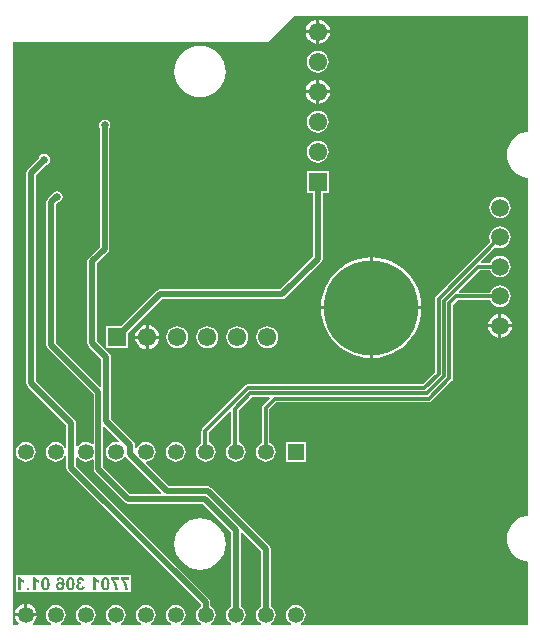
<source format=gbl>
G04*
G04 #@! TF.GenerationSoftware,Altium Limited,Altium Designer,23.6.0 (18)*
G04*
G04 Layer_Physical_Order=2*
G04 Layer_Color=16711680*
%FSLAX25Y25*%
%MOIN*%
G70*
G04*
G04 #@! TF.SameCoordinates,7954F5F0-22A1-4131-B6F7-0AC426F17986*
G04*
G04*
G04 #@! TF.FilePolarity,Positive*
G04*
G01*
G75*
%ADD32C,0.05900*%
%ADD33C,0.05315*%
%ADD34R,0.05315X0.05315*%
%ADD57C,0.01968*%
%ADD58C,0.31496*%
%ADD59R,0.06102X0.06102*%
%ADD60C,0.06102*%
%ADD61R,0.06102X0.06102*%
%ADD62C,0.02559*%
%ADD63C,0.01181*%
G36*
X-28850Y61788D02*
X-29089Y61384D01*
X-29125Y61355D01*
X-29961Y61465D01*
X-30814Y61353D01*
X-31609Y61024D01*
X-32291Y60500D01*
X-32815Y59817D01*
X-33144Y59022D01*
X-33257Y58169D01*
X-33144Y57316D01*
X-32815Y56521D01*
X-32291Y55839D01*
X-31609Y55315D01*
X-30814Y54986D01*
X-29961Y54873D01*
X-29108Y54986D01*
X-28313Y55315D01*
X-27630Y55839D01*
X-27106Y56521D01*
X-27087Y56568D01*
X-26884Y56612D01*
X-26540Y56582D01*
X-26248Y56144D01*
X-14711Y44607D01*
X-14902Y44145D01*
X-25114D01*
X-34083Y53114D01*
Y66367D01*
X-33621Y66558D01*
X-28850Y61788D01*
D02*
G37*
G36*
X107346Y164839D02*
X106649Y164770D01*
X105198Y164330D01*
X103861Y163616D01*
X102689Y162654D01*
X101727Y161482D01*
X101013Y160145D01*
X100573Y158694D01*
X100424Y157185D01*
X100573Y155676D01*
X101013Y154225D01*
X101727Y152888D01*
X102689Y151716D01*
X103861Y150754D01*
X105198Y150040D01*
X106649Y149600D01*
X107346Y149531D01*
Y36887D01*
X106649Y36818D01*
X105198Y36378D01*
X103861Y35663D01*
X102689Y34701D01*
X101727Y33529D01*
X101013Y32192D01*
X100573Y30741D01*
X100424Y29232D01*
X100573Y27723D01*
X101013Y26273D01*
X101727Y24936D01*
X102689Y23764D01*
X103861Y22802D01*
X105198Y22087D01*
X106649Y21647D01*
X107346Y21578D01*
Y528D01*
X31884D01*
X31753Y831D01*
X31744Y1028D01*
X32370Y1508D01*
X32894Y2191D01*
X33223Y2985D01*
X33335Y3839D01*
X33223Y4692D01*
X32894Y5486D01*
X32370Y6169D01*
X31687Y6693D01*
X30892Y7022D01*
X30039Y7135D01*
X29186Y7022D01*
X28391Y6693D01*
X27709Y6169D01*
X27185Y5486D01*
X26856Y4692D01*
X26744Y3839D01*
X26856Y2985D01*
X27185Y2191D01*
X27709Y1508D01*
X28335Y1028D01*
X28325Y831D01*
X28195Y528D01*
X21884D01*
X21753Y831D01*
X21744Y1028D01*
X22370Y1508D01*
X22894Y2191D01*
X23223Y2985D01*
X23335Y3839D01*
X23223Y4692D01*
X22894Y5486D01*
X22370Y6169D01*
X21687Y6693D01*
X21665Y6702D01*
Y25832D01*
X21541Y26454D01*
X21189Y26981D01*
X1922Y46248D01*
X1395Y46600D01*
X773Y46724D01*
X-12230D01*
X-19884Y54379D01*
X-19705Y54907D01*
X-19108Y54986D01*
X-18313Y55315D01*
X-17630Y55839D01*
X-17106Y56521D01*
X-16777Y57316D01*
X-16665Y58169D01*
X-16777Y59022D01*
X-17106Y59817D01*
X-17630Y60500D01*
X-18313Y61024D01*
X-19108Y61353D01*
X-19961Y61465D01*
X-20814Y61353D01*
X-21609Y61024D01*
X-22291Y60500D01*
X-22815Y59817D01*
X-22973Y59437D01*
X-23473Y59536D01*
Y60335D01*
X-23596Y60957D01*
X-23949Y61484D01*
X-31504Y69039D01*
Y89657D01*
X-31628Y90279D01*
X-31980Y90807D01*
X-36130Y94956D01*
Y121019D01*
X-32512Y124638D01*
X-32159Y125165D01*
X-32036Y125787D01*
Y165980D01*
X-31881Y166211D01*
X-31735Y166949D01*
X-31881Y167686D01*
X-32299Y168311D01*
X-32924Y168729D01*
X-33661Y168876D01*
X-34399Y168729D01*
X-35024Y168311D01*
X-35441Y167686D01*
X-35588Y166949D01*
X-35441Y166211D01*
X-35287Y165980D01*
Y126461D01*
X-38906Y122843D01*
X-39258Y122315D01*
X-39382Y121693D01*
Y94283D01*
X-39258Y93661D01*
X-38906Y93133D01*
X-34756Y88984D01*
Y80031D01*
X-35218Y79839D01*
X-49851Y94473D01*
Y140764D01*
X-49387Y141227D01*
X-48869Y141330D01*
X-48244Y141748D01*
X-47826Y142373D01*
X-47679Y143110D01*
X-47826Y143848D01*
X-48244Y144473D01*
X-48869Y144890D01*
X-49606Y145037D01*
X-50344Y144890D01*
X-50969Y144473D01*
X-51386Y143848D01*
X-51392Y143821D01*
X-52626Y142587D01*
X-52978Y142059D01*
X-53102Y141437D01*
Y93799D01*
X-52978Y93177D01*
X-52626Y92650D01*
X-37334Y77358D01*
Y60903D01*
X-37834Y60657D01*
X-38313Y61024D01*
X-39108Y61353D01*
X-39961Y61465D01*
X-40814Y61353D01*
X-41609Y61024D01*
X-42291Y60500D01*
X-42658Y60022D01*
X-43158Y60192D01*
Y67618D01*
X-43281Y68240D01*
X-43634Y68768D01*
X-56544Y81677D01*
Y150508D01*
X-53275Y153776D01*
X-53003Y153830D01*
X-52378Y154248D01*
X-51960Y154873D01*
X-51813Y155610D01*
X-51960Y156348D01*
X-52378Y156973D01*
X-53003Y157390D01*
X-53740Y157537D01*
X-54478Y157390D01*
X-55103Y156973D01*
X-55520Y156348D01*
X-55575Y156075D01*
X-59319Y152331D01*
X-59671Y151803D01*
X-59795Y151181D01*
Y81004D01*
X-59671Y80382D01*
X-59319Y79854D01*
X-46409Y66945D01*
Y59441D01*
X-46909Y59341D01*
X-47106Y59817D01*
X-47630Y60500D01*
X-48313Y61024D01*
X-49108Y61353D01*
X-49961Y61465D01*
X-50814Y61353D01*
X-51609Y61024D01*
X-52291Y60500D01*
X-52815Y59817D01*
X-53144Y59022D01*
X-53257Y58169D01*
X-53144Y57316D01*
X-52815Y56521D01*
X-52291Y55839D01*
X-51609Y55315D01*
X-50814Y54986D01*
X-49961Y54873D01*
X-49108Y54986D01*
X-48313Y55315D01*
X-47630Y55839D01*
X-47106Y56521D01*
X-46909Y56997D01*
X-46409Y56898D01*
Y52854D01*
X-46285Y52232D01*
X-45933Y51705D01*
X-1645Y7417D01*
Y6665D01*
X-2291Y6169D01*
X-2815Y5486D01*
X-3144Y4692D01*
X-3257Y3839D01*
X-3144Y2985D01*
X-2815Y2191D01*
X-2291Y1508D01*
X-1665Y1028D01*
X-1675Y831D01*
X-1805Y528D01*
X-8116D01*
X-8247Y831D01*
X-8256Y1028D01*
X-7630Y1508D01*
X-7106Y2191D01*
X-6777Y2985D01*
X-6665Y3839D01*
X-6777Y4692D01*
X-7106Y5486D01*
X-7630Y6169D01*
X-8313Y6693D01*
X-9108Y7022D01*
X-9961Y7135D01*
X-10814Y7022D01*
X-11609Y6693D01*
X-12291Y6169D01*
X-12815Y5486D01*
X-13144Y4692D01*
X-13257Y3839D01*
X-13144Y2985D01*
X-12815Y2191D01*
X-12291Y1508D01*
X-11665Y1028D01*
X-11675Y831D01*
X-11805Y528D01*
X-18116D01*
X-18247Y831D01*
X-18256Y1028D01*
X-17630Y1508D01*
X-17106Y2191D01*
X-16777Y2985D01*
X-16665Y3839D01*
X-16777Y4692D01*
X-17106Y5486D01*
X-17630Y6169D01*
X-18313Y6693D01*
X-19108Y7022D01*
X-19961Y7135D01*
X-20814Y7022D01*
X-21609Y6693D01*
X-22291Y6169D01*
X-22815Y5486D01*
X-23144Y4692D01*
X-23257Y3839D01*
X-23144Y2985D01*
X-22815Y2191D01*
X-22291Y1508D01*
X-21665Y1028D01*
X-21675Y831D01*
X-21805Y528D01*
X-28116D01*
X-28247Y831D01*
X-28256Y1028D01*
X-27630Y1508D01*
X-27106Y2191D01*
X-26777Y2985D01*
X-26665Y3839D01*
X-26777Y4692D01*
X-27106Y5486D01*
X-27630Y6169D01*
X-28313Y6693D01*
X-29108Y7022D01*
X-29961Y7135D01*
X-30814Y7022D01*
X-31609Y6693D01*
X-32291Y6169D01*
X-32815Y5486D01*
X-33144Y4692D01*
X-33257Y3839D01*
X-33144Y2985D01*
X-32815Y2191D01*
X-32291Y1508D01*
X-31665Y1028D01*
X-31675Y831D01*
X-31805Y528D01*
X-38116D01*
X-38247Y831D01*
X-38256Y1028D01*
X-37630Y1508D01*
X-37106Y2191D01*
X-36777Y2985D01*
X-36665Y3839D01*
X-36777Y4692D01*
X-37106Y5486D01*
X-37630Y6169D01*
X-38313Y6693D01*
X-39108Y7022D01*
X-39961Y7135D01*
X-40814Y7022D01*
X-41609Y6693D01*
X-42291Y6169D01*
X-42815Y5486D01*
X-43144Y4692D01*
X-43257Y3839D01*
X-43144Y2985D01*
X-42815Y2191D01*
X-42291Y1508D01*
X-41665Y1028D01*
X-41675Y831D01*
X-41805Y528D01*
X-48116D01*
X-48247Y831D01*
X-48256Y1028D01*
X-47630Y1508D01*
X-47106Y2191D01*
X-46777Y2985D01*
X-46665Y3839D01*
X-46777Y4692D01*
X-47106Y5486D01*
X-47630Y6169D01*
X-48313Y6693D01*
X-49108Y7022D01*
X-49961Y7135D01*
X-50814Y7022D01*
X-51609Y6693D01*
X-52291Y6169D01*
X-52815Y5486D01*
X-53144Y4692D01*
X-53257Y3839D01*
X-53144Y2985D01*
X-52815Y2191D01*
X-52291Y1508D01*
X-51665Y1028D01*
X-51675Y831D01*
X-51805Y528D01*
X-57446D01*
X-57616Y1028D01*
X-57352Y1230D01*
X-56766Y1994D01*
X-56397Y2884D01*
X-56337Y3339D01*
X-59961D01*
X-63584D01*
X-63524Y2884D01*
X-63155Y1994D01*
X-62569Y1230D01*
X-62305Y1028D01*
X-62475Y528D01*
X-64236D01*
Y194783D01*
X20965D01*
X29787Y203606D01*
X107346D01*
Y164839D01*
D02*
G37*
G36*
X18414Y25159D02*
Y6702D01*
X18391Y6693D01*
X17709Y6169D01*
X17185Y5486D01*
X16856Y4692D01*
X16744Y3839D01*
X16856Y2985D01*
X17185Y2191D01*
X17709Y1508D01*
X18335Y1028D01*
X18325Y831D01*
X18195Y528D01*
X11884D01*
X11753Y831D01*
X11744Y1028D01*
X12370Y1508D01*
X12894Y2191D01*
X13223Y2985D01*
X13335Y3839D01*
X13223Y4692D01*
X12894Y5486D01*
X12370Y6169D01*
X11687Y6693D01*
X11665Y6702D01*
Y31254D01*
X12127Y31445D01*
X18414Y25159D01*
D02*
G37*
G36*
X-42291Y55839D02*
X-41609Y55315D01*
X-40814Y54986D01*
X-39961Y54873D01*
X-39108Y54986D01*
X-38313Y55315D01*
X-37834Y55682D01*
X-37334Y55435D01*
Y52441D01*
X-37211Y51819D01*
X-36858Y51291D01*
X-26937Y41370D01*
X-26410Y41018D01*
X-25787Y40894D01*
X-969D01*
X8414Y31512D01*
Y6702D01*
X8391Y6693D01*
X7709Y6169D01*
X7185Y5486D01*
X6856Y4692D01*
X6743Y3839D01*
X6856Y2985D01*
X7185Y2191D01*
X7709Y1508D01*
X8335Y1028D01*
X8325Y831D01*
X8195Y528D01*
X1884D01*
X1753Y831D01*
X1744Y1028D01*
X2370Y1508D01*
X2894Y2191D01*
X3223Y2985D01*
X3335Y3839D01*
X3223Y4692D01*
X2894Y5486D01*
X2370Y6169D01*
X1687Y6693D01*
X1606Y6727D01*
Y8091D01*
X1482Y8713D01*
X1130Y9240D01*
X-43158Y53528D01*
Y56147D01*
X-42658Y56316D01*
X-42291Y55839D01*
D02*
G37*
%LPC*%
G36*
X37902Y202268D02*
Y198748D01*
X41422D01*
X41348Y199306D01*
X40940Y200291D01*
X40291Y201137D01*
X39445Y201787D01*
X38459Y202195D01*
X37902Y202268D01*
D02*
G37*
G36*
X36902Y202268D02*
X36344Y202195D01*
X35359Y201787D01*
X34512Y201137D01*
X33863Y200291D01*
X33455Y199306D01*
X33381Y198748D01*
X36902D01*
Y202268D01*
D02*
G37*
G36*
X41422Y197748D02*
X37902D01*
Y194228D01*
X38459Y194301D01*
X39445Y194709D01*
X40291Y195359D01*
X40940Y196205D01*
X41348Y197190D01*
X41422Y197748D01*
D02*
G37*
G36*
X36902D02*
X33381D01*
X33455Y197190D01*
X33863Y196205D01*
X34512Y195359D01*
X35359Y194709D01*
X36344Y194301D01*
X36902Y194228D01*
Y197748D01*
D02*
G37*
G36*
X37402Y191941D02*
X36446Y191815D01*
X35555Y191446D01*
X34790Y190859D01*
X34203Y190094D01*
X33834Y189204D01*
X33709Y188248D01*
X33834Y187292D01*
X34203Y186401D01*
X34790Y185637D01*
X35555Y185050D01*
X36446Y184681D01*
X37402Y184555D01*
X38357Y184681D01*
X39248Y185050D01*
X40013Y185637D01*
X40600Y186401D01*
X40969Y187292D01*
X41095Y188248D01*
X40969Y189204D01*
X40600Y190094D01*
X40013Y190859D01*
X39248Y191446D01*
X38357Y191815D01*
X37402Y191941D01*
D02*
G37*
G36*
X37902Y182268D02*
Y178748D01*
X41422D01*
X41348Y179306D01*
X40940Y180291D01*
X40291Y181137D01*
X39445Y181787D01*
X38459Y182195D01*
X37902Y182268D01*
D02*
G37*
G36*
X36902Y182268D02*
X36344Y182195D01*
X35359Y181787D01*
X34512Y181137D01*
X33863Y180291D01*
X33455Y179306D01*
X33381Y178748D01*
X36902D01*
Y182268D01*
D02*
G37*
G36*
X-1870Y193466D02*
X-3533Y193302D01*
X-5133Y192817D01*
X-6606Y192030D01*
X-7898Y190969D01*
X-8959Y189677D01*
X-9746Y188203D01*
X-10232Y186604D01*
X-10395Y184941D01*
X-10232Y183278D01*
X-9746Y181678D01*
X-8959Y180204D01*
X-7898Y178913D01*
X-6606Y177852D01*
X-5133Y177065D01*
X-3533Y176579D01*
X-1870Y176416D01*
X-207Y176579D01*
X1392Y177065D01*
X2866Y177852D01*
X4158Y178913D01*
X5218Y180204D01*
X6006Y181678D01*
X6491Y183278D01*
X6655Y184941D01*
X6491Y186604D01*
X6006Y188203D01*
X5218Y189677D01*
X4158Y190969D01*
X2866Y192030D01*
X1392Y192817D01*
X-207Y193302D01*
X-1870Y193466D01*
D02*
G37*
G36*
X41422Y177748D02*
X37902D01*
Y174228D01*
X38459Y174301D01*
X39445Y174709D01*
X40291Y175359D01*
X40940Y176205D01*
X41348Y177190D01*
X41422Y177748D01*
D02*
G37*
G36*
X36902D02*
X33381D01*
X33455Y177190D01*
X33863Y176205D01*
X34512Y175359D01*
X35359Y174709D01*
X36344Y174301D01*
X36902Y174228D01*
Y177748D01*
D02*
G37*
G36*
X37402Y171941D02*
X36446Y171815D01*
X35555Y171446D01*
X34790Y170859D01*
X34203Y170095D01*
X33834Y169204D01*
X33709Y168248D01*
X33834Y167292D01*
X34203Y166402D01*
X34790Y165637D01*
X35555Y165050D01*
X36446Y164681D01*
X37402Y164555D01*
X38357Y164681D01*
X39248Y165050D01*
X40013Y165637D01*
X40600Y166402D01*
X40969Y167292D01*
X41095Y168248D01*
X40969Y169204D01*
X40600Y170095D01*
X40013Y170859D01*
X39248Y171446D01*
X38357Y171815D01*
X37402Y171941D01*
D02*
G37*
G36*
Y161941D02*
X36446Y161815D01*
X35555Y161446D01*
X34790Y160859D01*
X34203Y160094D01*
X33834Y159204D01*
X33709Y158248D01*
X33834Y157292D01*
X34203Y156402D01*
X34790Y155637D01*
X35555Y155050D01*
X36446Y154681D01*
X37402Y154555D01*
X38357Y154681D01*
X39248Y155050D01*
X40013Y155637D01*
X40600Y156402D01*
X40969Y157292D01*
X41095Y158248D01*
X40969Y159204D01*
X40600Y160094D01*
X40013Y160859D01*
X39248Y161446D01*
X38357Y161815D01*
X37402Y161941D01*
D02*
G37*
G36*
X98130Y143158D02*
X97201Y143035D01*
X96334Y142677D01*
X95591Y142106D01*
X95020Y141362D01*
X94661Y140496D01*
X94539Y139567D01*
X94661Y138637D01*
X95020Y137771D01*
X95591Y137028D01*
X96334Y136457D01*
X97201Y136098D01*
X98130Y135976D01*
X99059Y136098D01*
X99925Y136457D01*
X100669Y137028D01*
X101240Y137771D01*
X101599Y138637D01*
X101721Y139567D01*
X101599Y140496D01*
X101240Y141362D01*
X100669Y142106D01*
X99925Y142677D01*
X99059Y143035D01*
X98130Y143158D01*
D02*
G37*
G36*
Y133315D02*
X97201Y133193D01*
X96334Y132834D01*
X95591Y132264D01*
X95020Y131520D01*
X94661Y130654D01*
X94539Y129724D01*
X94661Y128795D01*
X94898Y128224D01*
X76792Y110118D01*
X76526Y109721D01*
X76433Y109252D01*
Y84661D01*
X72426Y80653D01*
X14075D01*
X14075Y80653D01*
X13606Y80560D01*
X13209Y80295D01*
X-1082Y66004D01*
X-1348Y65606D01*
X-1441Y65138D01*
Y61093D01*
X-1609Y61024D01*
X-2291Y60500D01*
X-2815Y59817D01*
X-3144Y59022D01*
X-3257Y58169D01*
X-3144Y57316D01*
X-2815Y56521D01*
X-2291Y55839D01*
X-1609Y55315D01*
X-814Y54986D01*
X39Y54873D01*
X892Y54986D01*
X1687Y55315D01*
X2370Y55839D01*
X2894Y56521D01*
X3223Y57316D01*
X3335Y58169D01*
X3223Y59022D01*
X2894Y59817D01*
X2370Y60500D01*
X1687Y61024D01*
X1008Y61305D01*
Y64631D01*
X8097Y71720D01*
X8559Y71529D01*
Y61093D01*
X8391Y61024D01*
X7709Y60500D01*
X7185Y59817D01*
X6856Y59022D01*
X6743Y58169D01*
X6856Y57316D01*
X7185Y56521D01*
X7709Y55839D01*
X8391Y55315D01*
X9186Y54986D01*
X10039Y54873D01*
X10892Y54986D01*
X11687Y55315D01*
X12370Y55839D01*
X12894Y56521D01*
X13223Y57316D01*
X13335Y58169D01*
X13223Y59022D01*
X12894Y59817D01*
X12370Y60500D01*
X11687Y61024D01*
X11008Y61305D01*
Y72097D01*
X15324Y76414D01*
X21174D01*
X21366Y75951D01*
X19115Y73700D01*
X18849Y73303D01*
X18756Y72835D01*
Y61175D01*
X18391Y61024D01*
X17709Y60500D01*
X17185Y59817D01*
X16856Y59022D01*
X16744Y58169D01*
X16856Y57316D01*
X17185Y56521D01*
X17709Y55839D01*
X18391Y55315D01*
X19186Y54986D01*
X20039Y54873D01*
X20892Y54986D01*
X21687Y55315D01*
X22370Y55839D01*
X22894Y56521D01*
X23223Y57316D01*
X23335Y58169D01*
X23223Y59022D01*
X22894Y59817D01*
X22370Y60500D01*
X21687Y61024D01*
X21205Y61224D01*
Y72328D01*
X23499Y74622D01*
X74417D01*
X74886Y74715D01*
X75283Y74981D01*
X82106Y81804D01*
X82106Y81804D01*
X82371Y82201D01*
X82464Y82670D01*
Y107261D01*
X84019Y108815D01*
X94784D01*
X95020Y108244D01*
X95591Y107500D01*
X96334Y106930D01*
X97201Y106571D01*
X98130Y106448D01*
X99059Y106571D01*
X99925Y106930D01*
X100669Y107500D01*
X101240Y108244D01*
X101599Y109110D01*
X101721Y110039D01*
X101599Y110969D01*
X101240Y111835D01*
X100669Y112579D01*
X99925Y113149D01*
X99059Y113508D01*
X98130Y113630D01*
X97201Y113508D01*
X96334Y113149D01*
X95591Y112579D01*
X95020Y111835D01*
X94784Y111264D01*
X84587D01*
X84396Y111726D01*
X91328Y118658D01*
X94784D01*
X95020Y118086D01*
X95591Y117343D01*
X96334Y116772D01*
X97201Y116413D01*
X98130Y116291D01*
X99059Y116413D01*
X99925Y116772D01*
X100669Y117343D01*
X101240Y118086D01*
X101599Y118953D01*
X101721Y119882D01*
X101599Y120811D01*
X101240Y121677D01*
X100669Y122421D01*
X99925Y122992D01*
X99059Y123351D01*
X98130Y123473D01*
X97201Y123351D01*
X96334Y122992D01*
X95591Y122421D01*
X95020Y121677D01*
X94784Y121106D01*
X91896D01*
X91705Y121568D01*
X96629Y126492D01*
X97201Y126256D01*
X98130Y126133D01*
X99059Y126256D01*
X99925Y126615D01*
X100669Y127185D01*
X101240Y127929D01*
X101599Y128795D01*
X101721Y129724D01*
X101599Y130654D01*
X101240Y131520D01*
X100669Y132264D01*
X99925Y132834D01*
X99059Y133193D01*
X98130Y133315D01*
D02*
G37*
G36*
X55717Y122952D02*
Y106701D01*
X71968D01*
X71857Y108391D01*
X71429Y110545D01*
X70723Y112624D01*
X69752Y114593D01*
X68532Y116418D01*
X67085Y118069D01*
X65434Y119516D01*
X63608Y120736D01*
X61639Y121707D01*
X59561Y122413D01*
X57407Y122841D01*
X55717Y122952D01*
D02*
G37*
G36*
X54716D02*
X53026Y122841D01*
X50872Y122413D01*
X48794Y121707D01*
X46825Y120736D01*
X44999Y119516D01*
X43349Y118069D01*
X41901Y116418D01*
X40681Y114593D01*
X39710Y112624D01*
X39004Y110545D01*
X38576Y108391D01*
X38465Y106701D01*
X54716D01*
Y122952D01*
D02*
G37*
G36*
X98630Y104115D02*
Y100697D01*
X102048D01*
X101978Y101228D01*
X101580Y102189D01*
X100947Y103014D01*
X100122Y103647D01*
X99161Y104045D01*
X98630Y104115D01*
D02*
G37*
G36*
X97630D02*
X97099Y104045D01*
X96138Y103647D01*
X95313Y103014D01*
X94680Y102189D01*
X94282Y101228D01*
X94212Y100697D01*
X97630D01*
Y104115D01*
D02*
G37*
G36*
X-18949Y100379D02*
Y96858D01*
X-15428D01*
X-15502Y97416D01*
X-15910Y98401D01*
X-16559Y99248D01*
X-17406Y99897D01*
X-18391Y100305D01*
X-18949Y100379D01*
D02*
G37*
G36*
X-19949D02*
X-20506Y100305D01*
X-21492Y99897D01*
X-22338Y99248D01*
X-22987Y98401D01*
X-23396Y97416D01*
X-23469Y96858D01*
X-19949D01*
Y100379D01*
D02*
G37*
G36*
X102048Y99697D02*
X98630D01*
Y96279D01*
X99161Y96349D01*
X100122Y96747D01*
X100947Y97380D01*
X101580Y98205D01*
X101978Y99166D01*
X102048Y99697D01*
D02*
G37*
G36*
X97630D02*
X94212D01*
X94282Y99166D01*
X94680Y98205D01*
X95313Y97380D01*
X96138Y96747D01*
X97099Y96349D01*
X97630Y96279D01*
Y99697D01*
D02*
G37*
G36*
X41063Y151909D02*
X33740D01*
Y144587D01*
X35776D01*
Y123213D01*
X24917Y112354D01*
X-15079D01*
X-15701Y112230D01*
X-16228Y111878D01*
X-28087Y100020D01*
X-33110D01*
Y92697D01*
X-25787D01*
Y97721D01*
X-14405Y109103D01*
X25591D01*
X26213Y109226D01*
X26740Y109579D01*
X38551Y121390D01*
X38904Y121917D01*
X39027Y122539D01*
Y144587D01*
X41063D01*
Y151909D01*
D02*
G37*
G36*
X20551Y100051D02*
X19595Y99925D01*
X18705Y99556D01*
X17940Y98970D01*
X17353Y98205D01*
X16984Y97314D01*
X16858Y96358D01*
X16984Y95402D01*
X17353Y94512D01*
X17940Y93747D01*
X18705Y93160D01*
X19595Y92791D01*
X20551Y92665D01*
X21507Y92791D01*
X22398Y93160D01*
X23163Y93747D01*
X23749Y94512D01*
X24118Y95402D01*
X24244Y96358D01*
X24118Y97314D01*
X23749Y98205D01*
X23163Y98970D01*
X22398Y99556D01*
X21507Y99925D01*
X20551Y100051D01*
D02*
G37*
G36*
X10551D02*
X9595Y99925D01*
X8705Y99556D01*
X7940Y98970D01*
X7353Y98205D01*
X6984Y97314D01*
X6858Y96358D01*
X6984Y95402D01*
X7353Y94512D01*
X7940Y93747D01*
X8705Y93160D01*
X9595Y92791D01*
X10551Y92665D01*
X11507Y92791D01*
X12398Y93160D01*
X13162Y93747D01*
X13749Y94512D01*
X14118Y95402D01*
X14244Y96358D01*
X14118Y97314D01*
X13749Y98205D01*
X13162Y98970D01*
X12398Y99556D01*
X11507Y99925D01*
X10551Y100051D01*
D02*
G37*
G36*
X551D02*
X-405Y99925D01*
X-1295Y99556D01*
X-2060Y98970D01*
X-2647Y98205D01*
X-3016Y97314D01*
X-3142Y96358D01*
X-3016Y95402D01*
X-2647Y94512D01*
X-2060Y93747D01*
X-1295Y93160D01*
X-405Y92791D01*
X551Y92665D01*
X1507Y92791D01*
X2398Y93160D01*
X3162Y93747D01*
X3749Y94512D01*
X4118Y95402D01*
X4244Y96358D01*
X4118Y97314D01*
X3749Y98205D01*
X3162Y98970D01*
X2398Y99556D01*
X1507Y99925D01*
X551Y100051D01*
D02*
G37*
G36*
X-9449D02*
X-10405Y99925D01*
X-11295Y99556D01*
X-12060Y98970D01*
X-12647Y98205D01*
X-13016Y97314D01*
X-13142Y96358D01*
X-13016Y95402D01*
X-12647Y94512D01*
X-12060Y93747D01*
X-11295Y93160D01*
X-10405Y92791D01*
X-9449Y92665D01*
X-8493Y92791D01*
X-7602Y93160D01*
X-6837Y93747D01*
X-6251Y94512D01*
X-5882Y95402D01*
X-5756Y96358D01*
X-5882Y97314D01*
X-6251Y98205D01*
X-6837Y98970D01*
X-7602Y99556D01*
X-8493Y99925D01*
X-9449Y100051D01*
D02*
G37*
G36*
X-15428Y95858D02*
X-18949D01*
Y92338D01*
X-18391Y92411D01*
X-17406Y92820D01*
X-16559Y93469D01*
X-15910Y94315D01*
X-15502Y95301D01*
X-15428Y95858D01*
D02*
G37*
G36*
X-19949D02*
X-23469D01*
X-23396Y95301D01*
X-22987Y94315D01*
X-22338Y93469D01*
X-21492Y92820D01*
X-20506Y92411D01*
X-19949Y92338D01*
Y95858D01*
D02*
G37*
G36*
X71968Y105701D02*
X55717D01*
Y89450D01*
X57407Y89560D01*
X59561Y89989D01*
X61639Y90694D01*
X63608Y91665D01*
X65434Y92885D01*
X67085Y94333D01*
X68532Y95983D01*
X69752Y97809D01*
X70723Y99778D01*
X71429Y101857D01*
X71857Y104010D01*
X71968Y105701D01*
D02*
G37*
G36*
X54716D02*
X38465D01*
X38576Y104010D01*
X39004Y101857D01*
X39710Y99778D01*
X40681Y97809D01*
X41901Y95983D01*
X43349Y94333D01*
X44999Y92885D01*
X46825Y91665D01*
X48794Y90694D01*
X50872Y89989D01*
X53026Y89560D01*
X54716Y89450D01*
Y105701D01*
D02*
G37*
G36*
X33307Y61437D02*
X26772D01*
Y54902D01*
X33307D01*
Y61437D01*
D02*
G37*
G36*
X-9961Y61465D02*
X-10814Y61353D01*
X-11609Y61024D01*
X-12291Y60500D01*
X-12815Y59817D01*
X-13144Y59022D01*
X-13257Y58169D01*
X-13144Y57316D01*
X-12815Y56521D01*
X-12291Y55839D01*
X-11609Y55315D01*
X-10814Y54986D01*
X-9961Y54873D01*
X-9108Y54986D01*
X-8313Y55315D01*
X-7630Y55839D01*
X-7106Y56521D01*
X-6777Y57316D01*
X-6665Y58169D01*
X-6777Y59022D01*
X-7106Y59817D01*
X-7630Y60500D01*
X-8313Y61024D01*
X-9108Y61353D01*
X-9961Y61465D01*
D02*
G37*
G36*
X-59961D02*
X-60814Y61353D01*
X-61609Y61024D01*
X-62291Y60500D01*
X-62815Y59817D01*
X-63144Y59022D01*
X-63257Y58169D01*
X-63144Y57316D01*
X-62815Y56521D01*
X-62291Y55839D01*
X-61609Y55315D01*
X-60814Y54986D01*
X-59961Y54873D01*
X-59108Y54986D01*
X-58313Y55315D01*
X-57630Y55839D01*
X-57106Y56521D01*
X-56777Y57316D01*
X-56665Y58169D01*
X-56777Y59022D01*
X-57106Y59817D01*
X-57630Y60500D01*
X-58313Y61024D01*
X-59108Y61353D01*
X-59961Y61465D01*
D02*
G37*
G36*
X-24755Y16978D02*
X-63041D01*
Y11369D01*
X-24755D01*
Y16978D01*
D02*
G37*
G36*
X-59461Y7462D02*
Y4339D01*
X-56337D01*
X-56397Y4793D01*
X-56766Y5683D01*
X-57352Y6447D01*
X-58116Y7033D01*
X-59006Y7402D01*
X-59461Y7462D01*
D02*
G37*
G36*
X-60461D02*
X-60915Y7402D01*
X-61805Y7033D01*
X-62569Y6447D01*
X-63155Y5683D01*
X-63524Y4793D01*
X-63584Y4339D01*
X-60461D01*
Y7462D01*
D02*
G37*
%LPD*%
G36*
X-41570Y16361D02*
X-41453Y16349D01*
X-41341Y16324D01*
X-41248Y16299D01*
X-41174Y16275D01*
X-41112Y16250D01*
X-41075Y16238D01*
X-41069Y16231D01*
X-41063D01*
X-40964Y16176D01*
X-40871Y16114D01*
X-40796Y16052D01*
X-40735Y15996D01*
X-40685Y15940D01*
X-40648Y15897D01*
X-40623Y15872D01*
X-40617Y15860D01*
X-40561Y15767D01*
X-40512Y15668D01*
X-40475Y15563D01*
X-40437Y15464D01*
X-40413Y15371D01*
X-40394Y15303D01*
X-40388Y15272D01*
Y15253D01*
X-40382Y15241D01*
Y15235D01*
X-41137Y15111D01*
X-41155Y15210D01*
X-41180Y15297D01*
X-41205Y15371D01*
X-41236Y15427D01*
X-41267Y15476D01*
X-41292Y15513D01*
X-41310Y15532D01*
X-41316Y15538D01*
X-41372Y15588D01*
X-41434Y15625D01*
X-41496Y15650D01*
X-41552Y15668D01*
X-41601Y15680D01*
X-41638Y15687D01*
X-41675D01*
X-41750Y15680D01*
X-41824Y15668D01*
X-41880Y15643D01*
X-41929Y15625D01*
X-41973Y15600D01*
X-41997Y15575D01*
X-42016Y15563D01*
X-42022Y15557D01*
X-42065Y15507D01*
X-42096Y15445D01*
X-42121Y15390D01*
X-42134Y15334D01*
X-42146Y15284D01*
X-42152Y15247D01*
Y15222D01*
Y15210D01*
X-42146Y15117D01*
X-42127Y15037D01*
X-42096Y14969D01*
X-42065Y14913D01*
X-42028Y14863D01*
X-42004Y14832D01*
X-41979Y14808D01*
X-41973Y14802D01*
X-41898Y14752D01*
X-41818Y14715D01*
X-41731Y14690D01*
X-41651Y14672D01*
X-41576Y14665D01*
X-41515Y14659D01*
X-41459D01*
X-41372Y13997D01*
X-41453Y14015D01*
X-41521Y14034D01*
X-41589Y14046D01*
X-41644Y14052D01*
X-41688Y14059D01*
X-41750D01*
X-41836Y14052D01*
X-41911Y14028D01*
X-41979Y14003D01*
X-42041Y13966D01*
X-42084Y13935D01*
X-42121Y13904D01*
X-42146Y13879D01*
X-42152Y13873D01*
X-42208Y13799D01*
X-42251Y13718D01*
X-42282Y13638D01*
X-42307Y13557D01*
X-42319Y13483D01*
X-42325Y13427D01*
Y13390D01*
Y13384D01*
Y13378D01*
X-42319Y13260D01*
X-42301Y13155D01*
X-42270Y13062D01*
X-42239Y12988D01*
X-42202Y12932D01*
X-42177Y12889D01*
X-42152Y12858D01*
X-42146Y12852D01*
X-42078Y12790D01*
X-42004Y12740D01*
X-41935Y12709D01*
X-41867Y12685D01*
X-41805Y12672D01*
X-41762Y12666D01*
X-41731Y12660D01*
X-41719D01*
X-41632Y12666D01*
X-41558Y12685D01*
X-41490Y12709D01*
X-41428Y12740D01*
X-41385Y12765D01*
X-41347Y12790D01*
X-41323Y12808D01*
X-41316Y12814D01*
X-41261Y12883D01*
X-41211Y12957D01*
X-41180Y13037D01*
X-41149Y13112D01*
X-41131Y13180D01*
X-41118Y13236D01*
X-41112Y13273D01*
Y13279D01*
Y13285D01*
X-40320Y13186D01*
X-40332Y13087D01*
X-40357Y12994D01*
X-40413Y12821D01*
X-40481Y12672D01*
X-40524Y12610D01*
X-40561Y12548D01*
X-40598Y12493D01*
X-40635Y12449D01*
X-40666Y12406D01*
X-40697Y12375D01*
X-40722Y12350D01*
X-40741Y12332D01*
X-40753Y12319D01*
X-40759Y12313D01*
X-40834Y12257D01*
X-40914Y12202D01*
X-40988Y12158D01*
X-41075Y12121D01*
X-41236Y12059D01*
X-41385Y12022D01*
X-41459Y12010D01*
X-41521Y11998D01*
X-41576Y11991D01*
X-41626Y11985D01*
X-41669Y11979D01*
X-41725D01*
X-41836Y11985D01*
X-41948Y11998D01*
X-42047Y12016D01*
X-42146Y12041D01*
X-42232Y12072D01*
X-42319Y12103D01*
X-42400Y12140D01*
X-42468Y12177D01*
X-42530Y12214D01*
X-42592Y12251D01*
X-42635Y12282D01*
X-42678Y12313D01*
X-42709Y12338D01*
X-42734Y12357D01*
X-42746Y12369D01*
X-42753Y12375D01*
X-42827Y12449D01*
X-42889Y12530D01*
X-42944Y12610D01*
X-42994Y12691D01*
X-43031Y12777D01*
X-43068Y12858D01*
X-43118Y13006D01*
X-43130Y13074D01*
X-43143Y13143D01*
X-43155Y13198D01*
X-43161Y13248D01*
X-43167Y13285D01*
Y13316D01*
Y13334D01*
Y13341D01*
X-43155Y13483D01*
X-43130Y13607D01*
X-43099Y13724D01*
X-43056Y13817D01*
X-43012Y13898D01*
X-42981Y13953D01*
X-42957Y13991D01*
X-42944Y14003D01*
X-42858Y14096D01*
X-42759Y14176D01*
X-42660Y14238D01*
X-42567Y14288D01*
X-42486Y14325D01*
X-42418Y14344D01*
X-42393Y14356D01*
X-42375D01*
X-42362Y14362D01*
X-42356D01*
X-42468Y14430D01*
X-42561Y14498D01*
X-42641Y14572D01*
X-42715Y14647D01*
X-42777Y14721D01*
X-42827Y14795D01*
X-42864Y14870D01*
X-42901Y14938D01*
X-42926Y15006D01*
X-42944Y15068D01*
X-42957Y15123D01*
X-42963Y15173D01*
X-42969Y15210D01*
X-42975Y15241D01*
Y15260D01*
Y15266D01*
X-42969Y15340D01*
X-42963Y15408D01*
X-42926Y15544D01*
X-42882Y15668D01*
X-42827Y15773D01*
X-42771Y15860D01*
X-42722Y15922D01*
X-42703Y15947D01*
X-42684Y15965D01*
X-42678Y15971D01*
X-42672Y15978D01*
X-42604Y16046D01*
X-42524Y16108D01*
X-42449Y16157D01*
X-42369Y16201D01*
X-42282Y16244D01*
X-42202Y16275D01*
X-42047Y16318D01*
X-41979Y16337D01*
X-41911Y16349D01*
X-41855Y16355D01*
X-41799Y16361D01*
X-41756Y16368D01*
X-41700D01*
X-41570Y16361D01*
D02*
G37*
G36*
X-36723Y16225D02*
X-36643Y16095D01*
X-36556Y15971D01*
X-36470Y15872D01*
X-36395Y15792D01*
X-36327Y15730D01*
X-36303Y15705D01*
X-36284Y15687D01*
X-36272Y15680D01*
X-36265Y15674D01*
X-36129Y15575D01*
X-35999Y15489D01*
X-35882Y15420D01*
X-35776Y15371D01*
X-35690Y15334D01*
X-35628Y15303D01*
X-35603Y15297D01*
X-35585Y15291D01*
X-35578Y15284D01*
X-35572D01*
Y14541D01*
X-35795Y14628D01*
X-35993Y14721D01*
X-36086Y14771D01*
X-36173Y14826D01*
X-36253Y14876D01*
X-36327Y14925D01*
X-36395Y14975D01*
X-36457Y15018D01*
X-36507Y15055D01*
X-36550Y15092D01*
X-36587Y15123D01*
X-36612Y15142D01*
X-36624Y15154D01*
X-36631Y15160D01*
Y12059D01*
X-37454D01*
Y16368D01*
X-36785D01*
X-36723Y16225D01*
D02*
G37*
G36*
X-56705Y16225D02*
X-56624Y16095D01*
X-56538Y15971D01*
X-56451Y15872D01*
X-56377Y15792D01*
X-56309Y15730D01*
X-56284Y15705D01*
X-56265Y15687D01*
X-56253Y15680D01*
X-56247Y15674D01*
X-56111Y15575D01*
X-55980Y15489D01*
X-55863Y15420D01*
X-55758Y15371D01*
X-55671Y15334D01*
X-55609Y15303D01*
X-55584Y15297D01*
X-55566Y15291D01*
X-55560Y15284D01*
X-55553D01*
Y14541D01*
X-55776Y14628D01*
X-55974Y14721D01*
X-56067Y14771D01*
X-56154Y14826D01*
X-56234Y14876D01*
X-56309Y14925D01*
X-56377Y14975D01*
X-56439Y15018D01*
X-56488Y15055D01*
X-56531Y15092D01*
X-56569Y15123D01*
X-56593Y15142D01*
X-56606Y15154D01*
X-56612Y15160D01*
Y12059D01*
X-57435D01*
Y16368D01*
X-56767D01*
X-56705Y16225D01*
D02*
G37*
G36*
X-61700D02*
X-61620Y16095D01*
X-61533Y15971D01*
X-61446Y15872D01*
X-61372Y15792D01*
X-61304Y15730D01*
X-61279Y15705D01*
X-61261Y15687D01*
X-61248Y15680D01*
X-61242Y15674D01*
X-61106Y15575D01*
X-60976Y15489D01*
X-60858Y15420D01*
X-60753Y15371D01*
X-60666Y15334D01*
X-60604Y15303D01*
X-60580Y15297D01*
X-60561Y15291D01*
X-60555Y15284D01*
X-60549D01*
Y14541D01*
X-60772Y14628D01*
X-60970Y14721D01*
X-61063Y14771D01*
X-61149Y14826D01*
X-61230Y14876D01*
X-61304Y14925D01*
X-61372Y14975D01*
X-61434Y15018D01*
X-61483Y15055D01*
X-61527Y15092D01*
X-61564Y15123D01*
X-61589Y15142D01*
X-61601Y15154D01*
X-61607Y15160D01*
Y12059D01*
X-62431D01*
Y16368D01*
X-61762D01*
X-61700Y16225D01*
D02*
G37*
G36*
X-48447Y16361D02*
X-48330Y16343D01*
X-48212Y16318D01*
X-48107Y16287D01*
X-48008Y16244D01*
X-47909Y16201D01*
X-47828Y16151D01*
X-47748Y16108D01*
X-47680Y16058D01*
X-47618Y16009D01*
X-47568Y15965D01*
X-47525Y15922D01*
X-47488Y15891D01*
X-47463Y15866D01*
X-47451Y15848D01*
X-47444Y15841D01*
X-47370Y15736D01*
X-47302Y15619D01*
X-47246Y15489D01*
X-47197Y15359D01*
X-47154Y15216D01*
X-47116Y15074D01*
X-47085Y14931D01*
X-47067Y14795D01*
X-47048Y14665D01*
X-47036Y14541D01*
X-47024Y14430D01*
X-47017Y14331D01*
X-47011Y14251D01*
Y14189D01*
Y14170D01*
Y14152D01*
Y14145D01*
Y14139D01*
X-47017Y13929D01*
X-47030Y13737D01*
X-47048Y13557D01*
X-47079Y13396D01*
X-47110Y13242D01*
X-47141Y13105D01*
X-47178Y12988D01*
X-47222Y12876D01*
X-47259Y12784D01*
X-47296Y12703D01*
X-47327Y12635D01*
X-47364Y12579D01*
X-47389Y12536D01*
X-47407Y12505D01*
X-47420Y12487D01*
X-47426Y12480D01*
X-47506Y12394D01*
X-47593Y12313D01*
X-47680Y12245D01*
X-47773Y12189D01*
X-47859Y12140D01*
X-47952Y12103D01*
X-48039Y12066D01*
X-48119Y12041D01*
X-48200Y12022D01*
X-48268Y12004D01*
X-48336Y11998D01*
X-48392Y11985D01*
X-48435D01*
X-48466Y11979D01*
X-48497D01*
X-48608Y11985D01*
X-48713Y11998D01*
X-48812Y12016D01*
X-48905Y12041D01*
X-48998Y12072D01*
X-49079Y12103D01*
X-49153Y12140D01*
X-49221Y12177D01*
X-49283Y12214D01*
X-49332Y12251D01*
X-49382Y12282D01*
X-49419Y12313D01*
X-49450Y12338D01*
X-49469Y12357D01*
X-49481Y12369D01*
X-49487Y12375D01*
X-49555Y12449D01*
X-49617Y12536D01*
X-49667Y12623D01*
X-49710Y12709D01*
X-49753Y12796D01*
X-49784Y12883D01*
X-49828Y13056D01*
X-49846Y13130D01*
X-49859Y13205D01*
X-49865Y13266D01*
X-49871Y13322D01*
X-49877Y13372D01*
Y13403D01*
Y13427D01*
Y13433D01*
X-49871Y13551D01*
X-49859Y13656D01*
X-49840Y13762D01*
X-49821Y13854D01*
X-49790Y13947D01*
X-49760Y14028D01*
X-49729Y14108D01*
X-49692Y14176D01*
X-49654Y14238D01*
X-49623Y14294D01*
X-49592Y14337D01*
X-49562Y14381D01*
X-49543Y14412D01*
X-49524Y14430D01*
X-49512Y14443D01*
X-49506Y14449D01*
X-49438Y14517D01*
X-49363Y14579D01*
X-49289Y14634D01*
X-49215Y14678D01*
X-49141Y14715D01*
X-49066Y14746D01*
X-48930Y14795D01*
X-48868Y14814D01*
X-48806Y14826D01*
X-48757Y14832D01*
X-48713Y14839D01*
X-48676Y14845D01*
X-48627D01*
X-48540Y14839D01*
X-48460Y14826D01*
X-48385Y14814D01*
X-48311Y14789D01*
X-48181Y14727D01*
X-48070Y14665D01*
X-47983Y14597D01*
X-47946Y14566D01*
X-47915Y14535D01*
X-47890Y14511D01*
X-47872Y14498D01*
X-47865Y14486D01*
X-47859Y14480D01*
X-47872Y14610D01*
X-47884Y14733D01*
X-47896Y14845D01*
X-47915Y14944D01*
X-47934Y15031D01*
X-47952Y15111D01*
X-47971Y15179D01*
X-47995Y15241D01*
X-48014Y15297D01*
X-48026Y15340D01*
X-48045Y15377D01*
X-48057Y15402D01*
X-48070Y15427D01*
X-48082Y15439D01*
X-48088Y15451D01*
X-48156Y15532D01*
X-48231Y15588D01*
X-48305Y15631D01*
X-48373Y15656D01*
X-48435Y15674D01*
X-48484Y15680D01*
X-48515Y15687D01*
X-48528D01*
X-48596Y15680D01*
X-48664Y15668D01*
X-48720Y15650D01*
X-48763Y15631D01*
X-48800Y15606D01*
X-48825Y15588D01*
X-48844Y15575D01*
X-48850Y15569D01*
X-48893Y15520D01*
X-48924Y15464D01*
X-48955Y15402D01*
X-48973Y15346D01*
X-48986Y15291D01*
X-48998Y15247D01*
X-49004Y15222D01*
Y15210D01*
X-49797Y15297D01*
X-49753Y15482D01*
X-49692Y15637D01*
X-49623Y15773D01*
X-49555Y15891D01*
X-49487Y15978D01*
X-49463Y16009D01*
X-49431Y16039D01*
X-49413Y16058D01*
X-49394Y16077D01*
X-49388Y16089D01*
X-49382D01*
X-49320Y16139D01*
X-49258Y16182D01*
X-49122Y16250D01*
X-48986Y16299D01*
X-48862Y16330D01*
X-48751Y16355D01*
X-48701Y16361D01*
X-48658D01*
X-48627Y16368D01*
X-48577D01*
X-48447Y16361D01*
D02*
G37*
G36*
X-25365Y15526D02*
X-27228D01*
X-27024Y15247D01*
X-26844Y14956D01*
X-26757Y14820D01*
X-26683Y14678D01*
X-26615Y14548D01*
X-26553Y14424D01*
X-26498Y14306D01*
X-26448Y14201D01*
X-26405Y14102D01*
X-26368Y14022D01*
X-26343Y13960D01*
X-26324Y13910D01*
X-26312Y13879D01*
X-26306Y13867D01*
X-26244Y13693D01*
X-26188Y13526D01*
X-26145Y13359D01*
X-26101Y13198D01*
X-26070Y13037D01*
X-26039Y12889D01*
X-26015Y12746D01*
X-25996Y12617D01*
X-25978Y12499D01*
X-25965Y12387D01*
X-25953Y12295D01*
X-25947Y12214D01*
Y12146D01*
X-25940Y12096D01*
Y12072D01*
Y12059D01*
X-26733D01*
X-26739Y12276D01*
X-26757Y12499D01*
X-26788Y12716D01*
X-26801Y12814D01*
X-26819Y12914D01*
X-26838Y13000D01*
X-26857Y13087D01*
X-26869Y13155D01*
X-26881Y13217D01*
X-26894Y13273D01*
X-26906Y13310D01*
X-26912Y13334D01*
Y13341D01*
X-26993Y13607D01*
X-27079Y13861D01*
X-27123Y13978D01*
X-27172Y14090D01*
X-27216Y14195D01*
X-27259Y14294D01*
X-27302Y14381D01*
X-27339Y14461D01*
X-27376Y14535D01*
X-27401Y14591D01*
X-27426Y14641D01*
X-27445Y14672D01*
X-27457Y14696D01*
X-27463Y14703D01*
X-27531Y14820D01*
X-27599Y14931D01*
X-27661Y15031D01*
X-27723Y15130D01*
X-27785Y15216D01*
X-27847Y15297D01*
X-27903Y15371D01*
X-27952Y15439D01*
X-28002Y15501D01*
X-28045Y15551D01*
X-28082Y15594D01*
X-28113Y15631D01*
X-28138Y15656D01*
X-28157Y15674D01*
X-28169Y15687D01*
X-28175Y15693D01*
Y16287D01*
X-25365D01*
Y15526D01*
D02*
G37*
G36*
X-28695D02*
X-30558D01*
X-30354Y15247D01*
X-30174Y14956D01*
X-30088Y14820D01*
X-30013Y14678D01*
X-29945Y14548D01*
X-29884Y14424D01*
X-29828Y14306D01*
X-29778Y14201D01*
X-29735Y14102D01*
X-29698Y14022D01*
X-29673Y13960D01*
X-29654Y13910D01*
X-29642Y13879D01*
X-29636Y13867D01*
X-29574Y13693D01*
X-29518Y13526D01*
X-29475Y13359D01*
X-29432Y13198D01*
X-29401Y13037D01*
X-29370Y12889D01*
X-29345Y12746D01*
X-29326Y12617D01*
X-29308Y12499D01*
X-29295Y12387D01*
X-29283Y12295D01*
X-29277Y12214D01*
Y12146D01*
X-29271Y12096D01*
Y12072D01*
Y12059D01*
X-30063D01*
X-30069Y12276D01*
X-30088Y12499D01*
X-30119Y12716D01*
X-30131Y12814D01*
X-30150Y12914D01*
X-30168Y13000D01*
X-30187Y13087D01*
X-30199Y13155D01*
X-30211Y13217D01*
X-30224Y13273D01*
X-30236Y13310D01*
X-30242Y13334D01*
Y13341D01*
X-30323Y13607D01*
X-30410Y13861D01*
X-30453Y13978D01*
X-30503Y14090D01*
X-30546Y14195D01*
X-30589Y14294D01*
X-30632Y14381D01*
X-30670Y14461D01*
X-30707Y14535D01*
X-30731Y14591D01*
X-30756Y14641D01*
X-30775Y14672D01*
X-30787Y14696D01*
X-30793Y14703D01*
X-30861Y14820D01*
X-30930Y14931D01*
X-30992Y15031D01*
X-31053Y15130D01*
X-31115Y15216D01*
X-31177Y15297D01*
X-31233Y15371D01*
X-31282Y15439D01*
X-31332Y15501D01*
X-31375Y15551D01*
X-31412Y15594D01*
X-31443Y15631D01*
X-31468Y15656D01*
X-31487Y15674D01*
X-31499Y15687D01*
X-31505Y15693D01*
Y16287D01*
X-28695D01*
Y15526D01*
D02*
G37*
G36*
X-58840Y12059D02*
X-59664D01*
Y12883D01*
X-58840D01*
Y12059D01*
D02*
G37*
G36*
X-33300Y16361D02*
X-33195Y16349D01*
X-33090Y16324D01*
X-32997Y16299D01*
X-32910Y16262D01*
X-32830Y16225D01*
X-32762Y16188D01*
X-32694Y16145D01*
X-32638Y16101D01*
X-32582Y16064D01*
X-32539Y16027D01*
X-32508Y15990D01*
X-32477Y15965D01*
X-32458Y15940D01*
X-32446Y15928D01*
X-32440Y15922D01*
X-32366Y15817D01*
X-32304Y15693D01*
X-32248Y15563D01*
X-32199Y15427D01*
X-32161Y15284D01*
X-32124Y15136D01*
X-32100Y14993D01*
X-32075Y14851D01*
X-32062Y14715D01*
X-32050Y14591D01*
X-32038Y14473D01*
X-32031Y14374D01*
X-32025Y14294D01*
Y14232D01*
Y14207D01*
Y14189D01*
Y14183D01*
Y14176D01*
X-32031Y13953D01*
X-32044Y13749D01*
X-32062Y13557D01*
X-32087Y13384D01*
X-32112Y13229D01*
X-32143Y13087D01*
X-32180Y12963D01*
X-32217Y12852D01*
X-32248Y12759D01*
X-32285Y12672D01*
X-32316Y12604D01*
X-32347Y12548D01*
X-32366Y12511D01*
X-32384Y12480D01*
X-32397Y12462D01*
X-32403Y12455D01*
X-32477Y12369D01*
X-32558Y12301D01*
X-32638Y12233D01*
X-32725Y12183D01*
X-32805Y12134D01*
X-32892Y12096D01*
X-32972Y12066D01*
X-33053Y12041D01*
X-33127Y12016D01*
X-33195Y12004D01*
X-33257Y11991D01*
X-33307Y11985D01*
X-33350D01*
X-33387Y11979D01*
X-33412D01*
X-33523Y11985D01*
X-33628Y11998D01*
X-33734Y12022D01*
X-33827Y12047D01*
X-33913Y12078D01*
X-33994Y12115D01*
X-34062Y12158D01*
X-34130Y12202D01*
X-34185Y12239D01*
X-34241Y12282D01*
X-34285Y12319D01*
X-34322Y12350D01*
X-34347Y12375D01*
X-34365Y12400D01*
X-34377Y12412D01*
X-34384Y12418D01*
X-34458Y12524D01*
X-34520Y12647D01*
X-34582Y12777D01*
X-34625Y12920D01*
X-34668Y13062D01*
X-34699Y13205D01*
X-34730Y13353D01*
X-34755Y13495D01*
X-34767Y13632D01*
X-34780Y13755D01*
X-34792Y13873D01*
X-34798Y13972D01*
X-34804Y14052D01*
Y14114D01*
Y14139D01*
Y14158D01*
Y14164D01*
Y14170D01*
X-34798Y14393D01*
X-34786Y14597D01*
X-34767Y14783D01*
X-34736Y14956D01*
X-34705Y15117D01*
X-34675Y15260D01*
X-34631Y15390D01*
X-34594Y15501D01*
X-34557Y15606D01*
X-34520Y15687D01*
X-34483Y15761D01*
X-34452Y15823D01*
X-34421Y15866D01*
X-34402Y15897D01*
X-34390Y15916D01*
X-34384Y15922D01*
X-34315Y16002D01*
X-34241Y16071D01*
X-34161Y16126D01*
X-34080Y16182D01*
X-34000Y16225D01*
X-33919Y16256D01*
X-33845Y16287D01*
X-33765Y16312D01*
X-33690Y16330D01*
X-33628Y16343D01*
X-33566Y16355D01*
X-33517Y16361D01*
X-33474Y16368D01*
X-33412D01*
X-33300Y16361D01*
D02*
G37*
G36*
X-44956D02*
X-44851Y16349D01*
X-44746Y16324D01*
X-44653Y16299D01*
X-44566Y16262D01*
X-44486Y16225D01*
X-44418Y16188D01*
X-44350Y16145D01*
X-44294Y16101D01*
X-44238Y16064D01*
X-44195Y16027D01*
X-44164Y15990D01*
X-44133Y15965D01*
X-44114Y15940D01*
X-44102Y15928D01*
X-44096Y15922D01*
X-44021Y15817D01*
X-43960Y15693D01*
X-43904Y15563D01*
X-43854Y15427D01*
X-43817Y15284D01*
X-43780Y15136D01*
X-43755Y14993D01*
X-43731Y14851D01*
X-43718Y14715D01*
X-43706Y14591D01*
X-43693Y14473D01*
X-43687Y14374D01*
X-43681Y14294D01*
Y14232D01*
Y14207D01*
Y14189D01*
Y14183D01*
Y14176D01*
X-43687Y13953D01*
X-43700Y13749D01*
X-43718Y13557D01*
X-43743Y13384D01*
X-43768Y13229D01*
X-43799Y13087D01*
X-43836Y12963D01*
X-43873Y12852D01*
X-43904Y12759D01*
X-43941Y12672D01*
X-43972Y12604D01*
X-44003Y12548D01*
X-44021Y12511D01*
X-44040Y12480D01*
X-44052Y12462D01*
X-44059Y12455D01*
X-44133Y12369D01*
X-44213Y12301D01*
X-44294Y12233D01*
X-44381Y12183D01*
X-44461Y12134D01*
X-44548Y12096D01*
X-44628Y12066D01*
X-44708Y12041D01*
X-44783Y12016D01*
X-44851Y12004D01*
X-44913Y11991D01*
X-44962Y11985D01*
X-45006D01*
X-45043Y11979D01*
X-45068D01*
X-45179Y11985D01*
X-45284Y11998D01*
X-45389Y12022D01*
X-45482Y12047D01*
X-45569Y12078D01*
X-45649Y12115D01*
X-45717Y12158D01*
X-45786Y12202D01*
X-45841Y12239D01*
X-45897Y12282D01*
X-45940Y12319D01*
X-45978Y12350D01*
X-46002Y12375D01*
X-46021Y12400D01*
X-46033Y12412D01*
X-46039Y12418D01*
X-46114Y12524D01*
X-46176Y12647D01*
X-46237Y12777D01*
X-46281Y12920D01*
X-46324Y13062D01*
X-46355Y13205D01*
X-46386Y13353D01*
X-46411Y13495D01*
X-46423Y13632D01*
X-46435Y13755D01*
X-46448Y13873D01*
X-46454Y13972D01*
X-46460Y14052D01*
Y14114D01*
Y14139D01*
Y14158D01*
Y14164D01*
Y14170D01*
X-46454Y14393D01*
X-46442Y14597D01*
X-46423Y14783D01*
X-46392Y14956D01*
X-46361Y15117D01*
X-46330Y15260D01*
X-46287Y15390D01*
X-46250Y15501D01*
X-46213Y15606D01*
X-46176Y15687D01*
X-46138Y15761D01*
X-46108Y15823D01*
X-46077Y15866D01*
X-46058Y15897D01*
X-46046Y15916D01*
X-46039Y15922D01*
X-45971Y16002D01*
X-45897Y16071D01*
X-45816Y16126D01*
X-45736Y16182D01*
X-45656Y16225D01*
X-45575Y16256D01*
X-45501Y16287D01*
X-45420Y16312D01*
X-45346Y16330D01*
X-45284Y16343D01*
X-45222Y16355D01*
X-45173Y16361D01*
X-45129Y16368D01*
X-45068D01*
X-44956Y16361D01*
D02*
G37*
G36*
X-53282D02*
X-53176Y16349D01*
X-53071Y16324D01*
X-52978Y16299D01*
X-52892Y16262D01*
X-52811Y16225D01*
X-52743Y16188D01*
X-52675Y16145D01*
X-52619Y16101D01*
X-52564Y16064D01*
X-52520Y16027D01*
X-52489Y15990D01*
X-52458Y15965D01*
X-52440Y15940D01*
X-52428Y15928D01*
X-52421Y15922D01*
X-52347Y15817D01*
X-52285Y15693D01*
X-52229Y15563D01*
X-52180Y15427D01*
X-52143Y15284D01*
X-52106Y15136D01*
X-52081Y14993D01*
X-52056Y14851D01*
X-52044Y14715D01*
X-52031Y14591D01*
X-52019Y14473D01*
X-52013Y14374D01*
X-52007Y14294D01*
Y14232D01*
Y14207D01*
Y14189D01*
Y14183D01*
Y14176D01*
X-52013Y13953D01*
X-52025Y13749D01*
X-52044Y13557D01*
X-52068Y13384D01*
X-52093Y13229D01*
X-52124Y13087D01*
X-52161Y12963D01*
X-52198Y12852D01*
X-52229Y12759D01*
X-52267Y12672D01*
X-52298Y12604D01*
X-52328Y12548D01*
X-52347Y12511D01*
X-52366Y12480D01*
X-52378Y12462D01*
X-52384Y12455D01*
X-52458Y12369D01*
X-52539Y12301D01*
X-52619Y12233D01*
X-52706Y12183D01*
X-52786Y12134D01*
X-52873Y12096D01*
X-52954Y12066D01*
X-53034Y12041D01*
X-53108Y12016D01*
X-53176Y12004D01*
X-53238Y11991D01*
X-53288Y11985D01*
X-53331D01*
X-53368Y11979D01*
X-53393D01*
X-53505Y11985D01*
X-53610Y11998D01*
X-53715Y12022D01*
X-53808Y12047D01*
X-53895Y12078D01*
X-53975Y12115D01*
X-54043Y12158D01*
X-54111Y12202D01*
X-54167Y12239D01*
X-54223Y12282D01*
X-54266Y12319D01*
X-54303Y12350D01*
X-54328Y12375D01*
X-54346Y12400D01*
X-54359Y12412D01*
X-54365Y12418D01*
X-54439Y12524D01*
X-54501Y12647D01*
X-54563Y12777D01*
X-54606Y12920D01*
X-54650Y13062D01*
X-54681Y13205D01*
X-54712Y13353D01*
X-54736Y13495D01*
X-54749Y13632D01*
X-54761Y13755D01*
X-54773Y13873D01*
X-54780Y13972D01*
X-54786Y14052D01*
Y14114D01*
Y14139D01*
Y14158D01*
Y14164D01*
Y14170D01*
X-54780Y14393D01*
X-54767Y14597D01*
X-54749Y14783D01*
X-54718Y14956D01*
X-54687Y15117D01*
X-54656Y15260D01*
X-54612Y15390D01*
X-54575Y15501D01*
X-54538Y15606D01*
X-54501Y15687D01*
X-54464Y15761D01*
X-54433Y15823D01*
X-54402Y15866D01*
X-54383Y15897D01*
X-54371Y15916D01*
X-54365Y15922D01*
X-54297Y16002D01*
X-54223Y16071D01*
X-54142Y16126D01*
X-54062Y16182D01*
X-53981Y16225D01*
X-53901Y16256D01*
X-53826Y16287D01*
X-53746Y16312D01*
X-53672Y16330D01*
X-53610Y16343D01*
X-53548Y16355D01*
X-53498Y16361D01*
X-53455Y16368D01*
X-53393D01*
X-53282Y16361D01*
D02*
G37*
%LPC*%
G36*
X-48460Y14238D02*
X-48497D01*
X-48583Y14232D01*
X-48664Y14207D01*
X-48732Y14176D01*
X-48794Y14139D01*
X-48844Y14102D01*
X-48874Y14071D01*
X-48899Y14046D01*
X-48905Y14040D01*
X-48961Y13960D01*
X-49004Y13861D01*
X-49029Y13755D01*
X-49054Y13656D01*
X-49066Y13564D01*
X-49073Y13489D01*
Y13465D01*
Y13440D01*
Y13427D01*
Y13421D01*
X-49066Y13279D01*
X-49048Y13155D01*
X-49023Y13056D01*
X-48998Y12976D01*
X-48967Y12914D01*
X-48943Y12870D01*
X-48924Y12839D01*
X-48918Y12833D01*
X-48856Y12777D01*
X-48794Y12734D01*
X-48726Y12703D01*
X-48670Y12685D01*
X-48614Y12672D01*
X-48571Y12660D01*
X-48534D01*
X-48447Y12672D01*
X-48367Y12697D01*
X-48299Y12728D01*
X-48237Y12771D01*
X-48187Y12808D01*
X-48144Y12845D01*
X-48119Y12870D01*
X-48113Y12876D01*
X-48051Y12963D01*
X-48008Y13062D01*
X-47977Y13167D01*
X-47958Y13266D01*
X-47946Y13359D01*
X-47934Y13427D01*
Y13458D01*
Y13477D01*
Y13489D01*
Y13495D01*
X-47940Y13625D01*
X-47958Y13737D01*
X-47983Y13830D01*
X-48014Y13910D01*
X-48045Y13966D01*
X-48070Y14009D01*
X-48088Y14040D01*
X-48094Y14046D01*
X-48156Y14108D01*
X-48224Y14158D01*
X-48292Y14189D01*
X-48354Y14213D01*
X-48410Y14226D01*
X-48460Y14238D01*
D02*
G37*
G36*
X-33387Y15687D02*
X-33412D01*
X-33468Y15680D01*
X-33517Y15674D01*
X-33560Y15656D01*
X-33597Y15637D01*
X-33628Y15619D01*
X-33653Y15606D01*
X-33666Y15594D01*
X-33672Y15588D01*
X-33709Y15544D01*
X-33746Y15489D01*
X-33777Y15427D01*
X-33808Y15365D01*
X-33827Y15303D01*
X-33845Y15253D01*
X-33851Y15222D01*
X-33858Y15216D01*
Y15210D01*
X-33870Y15154D01*
X-33882Y15086D01*
X-33895Y15006D01*
X-33907Y14925D01*
X-33919Y14758D01*
X-33926Y14585D01*
X-33932Y14504D01*
Y14424D01*
X-33938Y14356D01*
Y14294D01*
Y14244D01*
Y14201D01*
Y14176D01*
Y14170D01*
Y14034D01*
X-33932Y13904D01*
Y13786D01*
X-33926Y13681D01*
X-33919Y13582D01*
X-33913Y13495D01*
X-33901Y13415D01*
X-33895Y13347D01*
X-33888Y13285D01*
X-33876Y13236D01*
X-33870Y13192D01*
X-33864Y13155D01*
X-33858Y13130D01*
Y13105D01*
X-33851Y13099D01*
Y13093D01*
X-33827Y13006D01*
X-33796Y12938D01*
X-33765Y12876D01*
X-33740Y12833D01*
X-33715Y12796D01*
X-33690Y12771D01*
X-33678Y12759D01*
X-33672Y12753D01*
X-33628Y12722D01*
X-33585Y12697D01*
X-33542Y12685D01*
X-33498Y12672D01*
X-33468Y12666D01*
X-33437Y12660D01*
X-33412D01*
X-33356Y12666D01*
X-33307Y12672D01*
X-33263Y12691D01*
X-33226Y12709D01*
X-33195Y12722D01*
X-33170Y12740D01*
X-33158Y12746D01*
X-33152Y12753D01*
X-33115Y12796D01*
X-33077Y12852D01*
X-33047Y12914D01*
X-33016Y12976D01*
X-32997Y13031D01*
X-32978Y13081D01*
X-32972Y13112D01*
X-32966Y13124D01*
X-32954Y13186D01*
X-32941Y13254D01*
X-32929Y13328D01*
X-32923Y13409D01*
X-32910Y13582D01*
X-32904Y13755D01*
X-32898Y13836D01*
Y13916D01*
X-32892Y13984D01*
Y14046D01*
Y14096D01*
Y14139D01*
Y14164D01*
Y14170D01*
Y14306D01*
X-32898Y14436D01*
Y14548D01*
X-32904Y14659D01*
X-32910Y14752D01*
X-32917Y14845D01*
X-32923Y14919D01*
X-32935Y14993D01*
X-32941Y15055D01*
X-32947Y15105D01*
X-32954Y15148D01*
X-32960Y15185D01*
X-32966Y15210D01*
Y15235D01*
X-32972Y15241D01*
Y15247D01*
X-32997Y15334D01*
X-33028Y15408D01*
X-33053Y15464D01*
X-33084Y15513D01*
X-33108Y15544D01*
X-33127Y15569D01*
X-33139Y15582D01*
X-33146Y15588D01*
X-33189Y15619D01*
X-33239Y15643D01*
X-33282Y15662D01*
X-33325Y15674D01*
X-33356Y15680D01*
X-33387Y15687D01*
D02*
G37*
G36*
X-45043D02*
X-45068D01*
X-45123Y15680D01*
X-45173Y15674D01*
X-45216Y15656D01*
X-45253Y15637D01*
X-45284Y15619D01*
X-45309Y15606D01*
X-45321Y15594D01*
X-45327Y15588D01*
X-45365Y15544D01*
X-45402Y15489D01*
X-45433Y15427D01*
X-45464Y15365D01*
X-45482Y15303D01*
X-45501Y15253D01*
X-45507Y15222D01*
X-45513Y15216D01*
Y15210D01*
X-45526Y15154D01*
X-45538Y15086D01*
X-45550Y15006D01*
X-45563Y14925D01*
X-45575Y14758D01*
X-45581Y14585D01*
X-45588Y14504D01*
Y14424D01*
X-45594Y14356D01*
Y14294D01*
Y14244D01*
Y14201D01*
Y14176D01*
Y14170D01*
Y14034D01*
X-45588Y13904D01*
Y13786D01*
X-45581Y13681D01*
X-45575Y13582D01*
X-45569Y13495D01*
X-45557Y13415D01*
X-45550Y13347D01*
X-45544Y13285D01*
X-45532Y13236D01*
X-45526Y13192D01*
X-45519Y13155D01*
X-45513Y13130D01*
Y13105D01*
X-45507Y13099D01*
Y13093D01*
X-45482Y13006D01*
X-45451Y12938D01*
X-45420Y12876D01*
X-45396Y12833D01*
X-45371Y12796D01*
X-45346Y12771D01*
X-45334Y12759D01*
X-45327Y12753D01*
X-45284Y12722D01*
X-45241Y12697D01*
X-45197Y12685D01*
X-45154Y12672D01*
X-45123Y12666D01*
X-45092Y12660D01*
X-45068D01*
X-45012Y12666D01*
X-44962Y12672D01*
X-44919Y12691D01*
X-44882Y12709D01*
X-44851Y12722D01*
X-44826Y12740D01*
X-44814Y12746D01*
X-44808Y12753D01*
X-44770Y12796D01*
X-44733Y12852D01*
X-44702Y12914D01*
X-44671Y12976D01*
X-44653Y13031D01*
X-44634Y13081D01*
X-44628Y13112D01*
X-44622Y13124D01*
X-44609Y13186D01*
X-44597Y13254D01*
X-44585Y13328D01*
X-44578Y13409D01*
X-44566Y13582D01*
X-44560Y13755D01*
X-44554Y13836D01*
Y13916D01*
X-44548Y13984D01*
Y14046D01*
Y14096D01*
Y14139D01*
Y14164D01*
Y14170D01*
Y14306D01*
X-44554Y14436D01*
Y14548D01*
X-44560Y14659D01*
X-44566Y14752D01*
X-44572Y14845D01*
X-44578Y14919D01*
X-44591Y14993D01*
X-44597Y15055D01*
X-44603Y15105D01*
X-44609Y15148D01*
X-44616Y15185D01*
X-44622Y15210D01*
Y15235D01*
X-44628Y15241D01*
Y15247D01*
X-44653Y15334D01*
X-44684Y15408D01*
X-44708Y15464D01*
X-44739Y15513D01*
X-44764Y15544D01*
X-44783Y15569D01*
X-44795Y15582D01*
X-44801Y15588D01*
X-44845Y15619D01*
X-44894Y15643D01*
X-44938Y15662D01*
X-44981Y15674D01*
X-45012Y15680D01*
X-45043Y15687D01*
D02*
G37*
G36*
X-53368D02*
X-53393D01*
X-53449Y15680D01*
X-53498Y15674D01*
X-53542Y15656D01*
X-53579Y15637D01*
X-53610Y15619D01*
X-53635Y15606D01*
X-53647Y15594D01*
X-53653Y15588D01*
X-53690Y15544D01*
X-53727Y15489D01*
X-53758Y15427D01*
X-53789Y15365D01*
X-53808Y15303D01*
X-53826Y15253D01*
X-53833Y15222D01*
X-53839Y15216D01*
Y15210D01*
X-53851Y15154D01*
X-53864Y15086D01*
X-53876Y15006D01*
X-53888Y14925D01*
X-53901Y14758D01*
X-53907Y14585D01*
X-53913Y14504D01*
Y14424D01*
X-53919Y14356D01*
Y14294D01*
Y14244D01*
Y14201D01*
Y14176D01*
Y14170D01*
Y14034D01*
X-53913Y13904D01*
Y13786D01*
X-53907Y13681D01*
X-53901Y13582D01*
X-53895Y13495D01*
X-53882Y13415D01*
X-53876Y13347D01*
X-53870Y13285D01*
X-53857Y13236D01*
X-53851Y13192D01*
X-53845Y13155D01*
X-53839Y13130D01*
Y13105D01*
X-53833Y13099D01*
Y13093D01*
X-53808Y13006D01*
X-53777Y12938D01*
X-53746Y12876D01*
X-53721Y12833D01*
X-53696Y12796D01*
X-53672Y12771D01*
X-53659Y12759D01*
X-53653Y12753D01*
X-53610Y12722D01*
X-53566Y12697D01*
X-53523Y12685D01*
X-53480Y12672D01*
X-53449Y12666D01*
X-53418Y12660D01*
X-53393D01*
X-53337Y12666D01*
X-53288Y12672D01*
X-53245Y12691D01*
X-53207Y12709D01*
X-53176Y12722D01*
X-53152Y12740D01*
X-53139Y12746D01*
X-53133Y12753D01*
X-53096Y12796D01*
X-53059Y12852D01*
X-53028Y12914D01*
X-52997Y12976D01*
X-52978Y13031D01*
X-52960Y13081D01*
X-52954Y13112D01*
X-52947Y13124D01*
X-52935Y13186D01*
X-52923Y13254D01*
X-52910Y13328D01*
X-52904Y13409D01*
X-52892Y13582D01*
X-52886Y13755D01*
X-52879Y13836D01*
Y13916D01*
X-52873Y13984D01*
Y14046D01*
Y14096D01*
Y14139D01*
Y14164D01*
Y14170D01*
Y14306D01*
X-52879Y14436D01*
Y14548D01*
X-52886Y14659D01*
X-52892Y14752D01*
X-52898Y14845D01*
X-52904Y14919D01*
X-52917Y14993D01*
X-52923Y15055D01*
X-52929Y15105D01*
X-52935Y15148D01*
X-52941Y15185D01*
X-52947Y15210D01*
Y15235D01*
X-52954Y15241D01*
Y15247D01*
X-52978Y15334D01*
X-53009Y15408D01*
X-53034Y15464D01*
X-53065Y15513D01*
X-53090Y15544D01*
X-53108Y15569D01*
X-53121Y15582D01*
X-53127Y15588D01*
X-53170Y15619D01*
X-53220Y15643D01*
X-53263Y15662D01*
X-53306Y15674D01*
X-53337Y15680D01*
X-53368Y15687D01*
D02*
G37*
G36*
X-1870Y35986D02*
X-3533Y35822D01*
X-5133Y35337D01*
X-6606Y34549D01*
X-7898Y33489D01*
X-8959Y32197D01*
X-9746Y30723D01*
X-10232Y29124D01*
X-10395Y27461D01*
X-10232Y25797D01*
X-9746Y24198D01*
X-8959Y22724D01*
X-7898Y21432D01*
X-6606Y20372D01*
X-5133Y19584D01*
X-3533Y19099D01*
X-1870Y18935D01*
X-207Y19099D01*
X1392Y19584D01*
X2866Y20372D01*
X4158Y21432D01*
X5218Y22724D01*
X6006Y24198D01*
X6491Y25797D01*
X6655Y27461D01*
X6491Y29124D01*
X6006Y30723D01*
X5218Y32197D01*
X4158Y33489D01*
X2866Y34549D01*
X1392Y35337D01*
X-207Y35822D01*
X-1870Y35986D01*
D02*
G37*
%LPD*%
D32*
X98130Y100197D02*
D03*
Y110039D02*
D03*
Y119882D02*
D03*
Y129724D02*
D03*
Y139567D02*
D03*
D33*
X30039Y3839D02*
D03*
X20039D02*
D03*
X10039D02*
D03*
X39D02*
D03*
X-9961D02*
D03*
X-19961D02*
D03*
X-29961D02*
D03*
X-39961D02*
D03*
X-49961D02*
D03*
X-59961D02*
D03*
Y58169D02*
D03*
X-49961D02*
D03*
X-39961D02*
D03*
X-29961D02*
D03*
X-19961D02*
D03*
X-9961D02*
D03*
X39D02*
D03*
X10039D02*
D03*
X20039D02*
D03*
D34*
X30039D02*
D03*
D57*
X-33661Y125787D02*
Y166949D01*
X-58169Y151181D02*
X-53740Y155610D01*
X-58169Y81004D02*
Y151181D01*
X-51476Y93799D02*
Y141437D01*
X-49902Y143012D01*
X-37756Y94283D02*
Y121693D01*
X-33661Y125787D01*
X-37756Y94283D02*
X-33130Y89657D01*
Y68366D02*
X-25098Y60335D01*
X-33130Y68366D02*
Y89657D01*
X-12903Y45098D02*
X773D01*
X20039Y25832D01*
X-25098Y57294D02*
Y60335D01*
X20039Y3839D02*
Y25832D01*
X-25098Y57294D02*
X-12903Y45098D01*
X-51476Y93799D02*
X-35709Y78031D01*
Y52441D02*
Y78031D01*
X-25787Y42520D02*
X-295D01*
X-35709Y52441D02*
X-25787Y42520D01*
X10039Y3839D02*
Y32185D01*
X-295Y42520D02*
X10039Y32185D01*
X-58169Y81004D02*
X-44783Y67618D01*
Y52854D02*
Y67618D01*
X-20Y3898D02*
X39Y3839D01*
X-20Y3898D02*
Y8091D01*
X-44783Y52854D02*
X-20Y8091D01*
X37402Y122539D02*
Y148248D01*
X25591Y110728D02*
X37402Y122539D01*
X-15079Y110728D02*
X25591D01*
X-29449Y96358D02*
X-15079Y110728D01*
D58*
X55216Y106201D02*
D03*
D59*
X-29449Y96358D02*
D03*
D60*
X-19449D02*
D03*
X-9449D02*
D03*
X551D02*
D03*
X10551D02*
D03*
X20551D02*
D03*
X37402Y198248D02*
D03*
Y188248D02*
D03*
Y178248D02*
D03*
Y168248D02*
D03*
Y158248D02*
D03*
D61*
Y148248D02*
D03*
D62*
X53642Y143307D02*
D03*
X57185Y163287D02*
D03*
X72441Y175295D02*
D03*
X66067Y54077D02*
D03*
X59153Y69291D02*
D03*
X59055Y83130D02*
D03*
X101476Y69095D02*
D03*
X100787Y83957D02*
D03*
X-41339Y126476D02*
D03*
X-49016Y45965D02*
D03*
X43307Y141732D02*
D03*
Y31496D02*
D03*
X39370Y7874D02*
D03*
X31496Y196851D02*
D03*
Y149606D02*
D03*
Y133858D02*
D03*
Y102362D02*
D03*
Y86614D02*
D03*
Y39370D02*
D03*
Y23622D02*
D03*
X27559Y125984D02*
D03*
X23622Y118110D02*
D03*
Y7874D02*
D03*
X19685Y125984D02*
D03*
X15748Y118110D02*
D03*
Y102362D02*
D03*
Y86614D02*
D03*
Y70866D02*
D03*
X90059Y157579D02*
D03*
X-33661Y113878D02*
D03*
X-51083Y178976D02*
D03*
X25591Y131496D02*
D03*
X90551Y78740D02*
D03*
X86614Y70866D02*
D03*
X90551Y62992D02*
D03*
X86614Y55118D02*
D03*
Y39370D02*
D03*
Y23622D02*
D03*
X78740Y196851D02*
D03*
X82677Y188977D02*
D03*
X78740Y165355D02*
D03*
X82677Y157481D02*
D03*
Y141732D02*
D03*
X78740Y133858D02*
D03*
X82677Y125984D02*
D03*
X78740Y70866D02*
D03*
X82677Y62992D02*
D03*
Y47244D02*
D03*
X70866Y196851D02*
D03*
X74803Y188977D02*
D03*
X70866Y181103D02*
D03*
Y165355D02*
D03*
X74803Y157481D02*
D03*
Y141732D02*
D03*
X70866Y133858D02*
D03*
X74803Y125984D02*
D03*
X70866Y118110D02*
D03*
X74803Y110236D02*
D03*
Y94488D02*
D03*
X70866Y86614D02*
D03*
Y70866D02*
D03*
X62992Y196851D02*
D03*
X66929Y188977D02*
D03*
X62992Y181103D02*
D03*
X66929Y173229D02*
D03*
X62992Y165355D02*
D03*
X66929Y157481D02*
D03*
X-23622Y118110D02*
D03*
Y86614D02*
D03*
X-19685Y78740D02*
D03*
X-23622Y70866D02*
D03*
X-19685Y62992D02*
D03*
Y47244D02*
D03*
X-23622Y39370D02*
D03*
Y23622D02*
D03*
X-27559Y78740D02*
D03*
X-31496Y181103D02*
D03*
X-23622Y7874D02*
D03*
X-19685Y15748D02*
D03*
X-27559Y188977D02*
D03*
Y173229D02*
D03*
X-31496Y118110D02*
D03*
X-27559Y141732D02*
D03*
Y157481D02*
D03*
X0Y70866D02*
D03*
X3937Y62992D02*
D03*
Y47244D02*
D03*
Y15748D02*
D03*
X-3937Y173229D02*
D03*
X-7874Y165355D02*
D03*
X-3937Y157481D02*
D03*
X-7874Y118110D02*
D03*
Y102362D02*
D03*
Y86614D02*
D03*
X-3937Y78740D02*
D03*
X-7874Y70866D02*
D03*
X-3937Y62992D02*
D03*
X-7874Y39370D02*
D03*
X-11811Y188977D02*
D03*
X-15748Y181103D02*
D03*
X-11811Y173229D02*
D03*
X-15748Y165355D02*
D03*
X-55118Y86614D02*
D03*
Y7874D02*
D03*
Y70866D02*
D03*
Y133858D02*
D03*
Y102362D02*
D03*
Y118110D02*
D03*
Y39370D02*
D03*
Y55118D02*
D03*
X-51181Y62992D02*
D03*
X-55118Y23622D02*
D03*
X-51181Y31496D02*
D03*
Y78740D02*
D03*
X-39370Y70866D02*
D03*
X-31496Y23622D02*
D03*
X-47244Y102362D02*
D03*
X-35433Y31496D02*
D03*
X-39370Y39370D02*
D03*
X-47244Y149606D02*
D03*
X-39370Y23622D02*
D03*
Y86614D02*
D03*
X-55118Y165355D02*
D03*
X-47244Y7874D02*
D03*
Y23622D02*
D03*
X-55118Y149606D02*
D03*
X-43307Y78740D02*
D03*
Y31496D02*
D03*
X-47244Y39370D02*
D03*
X-43307Y94488D02*
D03*
X15748Y55118D02*
D03*
X19685Y47244D02*
D03*
X15748Y39370D02*
D03*
X19685Y31496D02*
D03*
X15748Y23622D02*
D03*
Y7874D02*
D03*
X11811Y188977D02*
D03*
X7874Y181103D02*
D03*
Y149606D02*
D03*
Y118110D02*
D03*
Y102362D02*
D03*
Y86614D02*
D03*
X11811Y47244D02*
D03*
X3937Y173229D02*
D03*
X0Y165355D02*
D03*
Y149606D02*
D03*
Y86614D02*
D03*
X3937Y78740D02*
D03*
X62992Y149606D02*
D03*
Y133858D02*
D03*
X66929Y125984D02*
D03*
X62992Y86614D02*
D03*
Y39370D02*
D03*
X59055Y157481D02*
D03*
Y125984D02*
D03*
X55118Y86614D02*
D03*
Y39370D02*
D03*
X47244Y196851D02*
D03*
X51181Y188977D02*
D03*
Y173229D02*
D03*
Y157481D02*
D03*
X47244Y133858D02*
D03*
Y86614D02*
D03*
Y70866D02*
D03*
Y39370D02*
D03*
X43307Y188977D02*
D03*
X-11811Y157481D02*
D03*
Y141732D02*
D03*
X-15748Y118110D02*
D03*
Y102362D02*
D03*
Y86614D02*
D03*
X-11811Y78740D02*
D03*
X-15748Y70866D02*
D03*
X-11811Y62992D02*
D03*
X-15748Y55118D02*
D03*
Y39370D02*
D03*
X-11811Y31496D02*
D03*
X-15748Y7874D02*
D03*
X-19685Y188977D02*
D03*
X-23622Y181103D02*
D03*
X-19685Y173229D02*
D03*
X-23622Y165355D02*
D03*
X-19685Y157481D02*
D03*
Y141732D02*
D03*
X102362Y196851D02*
D03*
Y181103D02*
D03*
Y165355D02*
D03*
Y149606D02*
D03*
Y133858D02*
D03*
X98425Y188977D02*
D03*
X94488Y133858D02*
D03*
X98425Y94488D02*
D03*
X94488Y86614D02*
D03*
Y70866D02*
D03*
X98425Y62992D02*
D03*
X90551Y125984D02*
D03*
X86614Y102362D02*
D03*
X90551Y94488D02*
D03*
X86614Y86614D02*
D03*
X-49606Y143110D02*
D03*
X-33661Y166949D02*
D03*
X-53740Y155610D02*
D03*
D63*
X19783Y57382D02*
X19980Y57579D01*
Y72835D01*
X22992Y75846D01*
X81240Y82670D02*
Y107768D01*
X74417Y75846D02*
X81240Y82670D01*
X22992Y75846D02*
X74417D01*
X81240Y107768D02*
X83512Y110039D01*
X98130D01*
X90821Y119882D02*
X98130D01*
X79449Y108510D02*
X90821Y119882D01*
X79449Y83412D02*
Y108510D01*
X14817Y77638D02*
X73675D01*
X79449Y83412D01*
X9783Y72605D02*
X14817Y77638D01*
X9783Y57382D02*
Y72605D01*
X-216Y57382D02*
Y65138D01*
X14075Y79429D01*
X72933D02*
X77658Y84153D01*
X14075Y79429D02*
X72933D01*
X77658Y109252D02*
X98130Y129724D01*
X77658Y84153D02*
Y109252D01*
M02*

</source>
